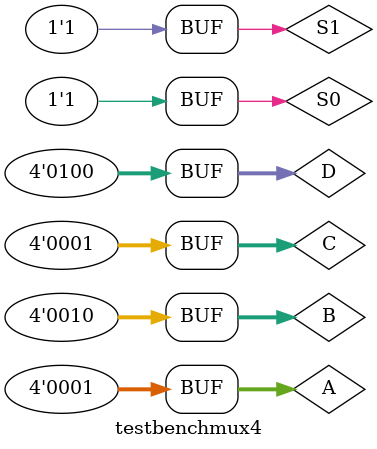
<source format=v>
`timescale 1ns / 1ps


module testbenchmux4;

	// Inputs
	reg [3:0] A;
	reg [3:0] B;
	reg [3:0] C;
	reg [3:0] D;
	reg S0;
	reg S1;

	// Outputs
	wire [3:0] Y;

	// Instantiate the Unit Under Test (UUT)
	mux4bitinput_4bitoutput uut (
		.A(A), 
		.B(B), 
		.C(C), 
		.D(D), 
		.S0(S0), 
		.S1(S1), 
		.Y(Y)
	);

	initial begin
		// Initialize Inputs
		A = 1;
		B = 0;
		C = 1;
		D = 0;
		S0 = 0;
		S1 = 0;

		
		#100;
		A = 1;
		B = 2;
		C = 1;
		D = 0;
		S0 = 1;
		S1 = 0;

		
		#100;
		A = 1;
		B = 2;
		C = 1;
		D = 0;
		S0 = 0;
		S1 = 1;
		
		#100;
		
		A = 1;
		B = 2;
		C = 1;
		D = 4;
		S0 = 1;
		S1 = 1;
        
		// Add stimulus here

	end
      
endmodule


</source>
